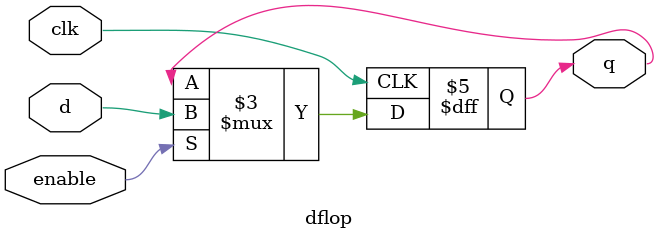
<source format=v>
module top_module (
    input clk,
    input enable,
    input S,
    input A, B, C,
    output Z ); 
    
    wire [7:0] qout;
    
    dflop d1(clk, S, enable, qout[0]); 
    dflop d2(clk, qout[0], enable, qout[1]);
    dflop d3(clk, qout[1], enable, qout[2]);
    dflop d4(clk, qout[2], enable, qout[3]);
    dflop d5(clk, qout[3], enable, qout[4]);
    dflop d6(clk, qout[4], enable, qout[5]);
    dflop d7(clk, qout[5], enable, qout[6]);
    dflop d8(clk, qout[6], enable, qout[7]);    
    
    always @(*) begin 
        case({A,B,C})
            0: Z <= qout[0];
            1: Z <= qout[1];
            2: Z <= qout[2];
            3: Z <= qout[3];
            4: Z <= qout[4];
            5: Z <= qout[5];
            6: Z <= qout[6];
            7: Z <= qout[7];
        endcase
    end
      
endmodule


module dflop(
	input clk,
    input d,
    input enable,
    output q
		);
    
    always @(posedge clk) begin
        if(enable)
            q <= d;
        else 
            q <= q;
    end
endmodule

</source>
